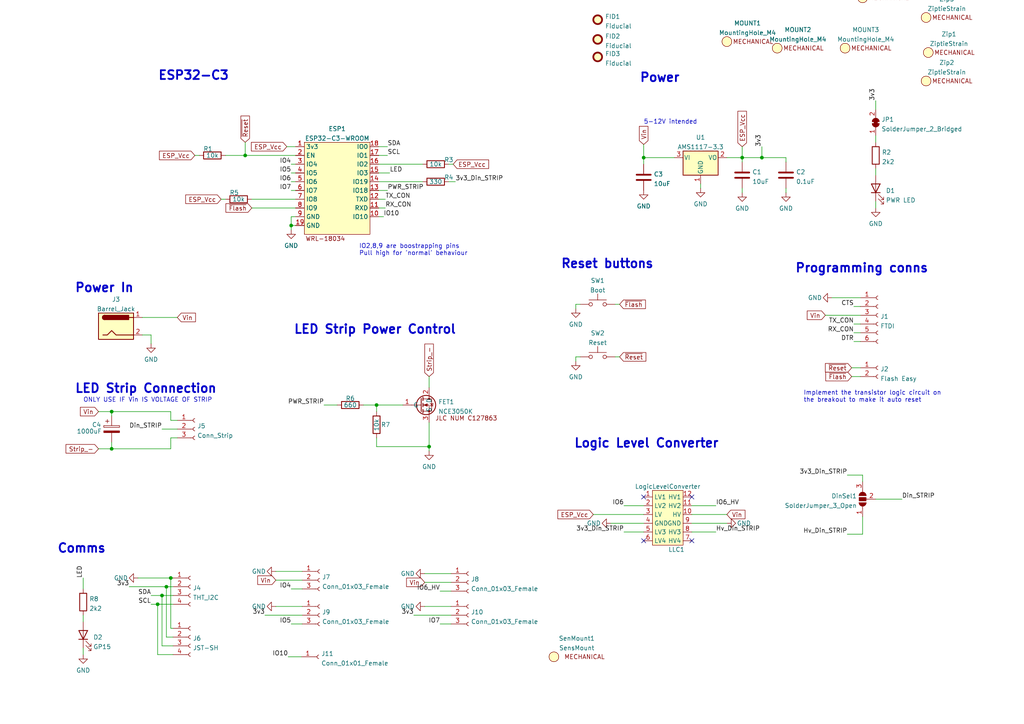
<source format=kicad_sch>
(kicad_sch (version 20211123) (generator eeschema)
  (paper "A4")
  (title_block (title "Wireless LED controller") (date "2022-01-30") (rev "1") (company "Liam Howell") (comment 1 "https://github.com/LiamHowell/Wireless_LED_Controller"))
  (lib_symbols
    (symbol "Connector:Conn_01x01_Female" (pin_names (offset 1.016) hide)
      (property "Reference" "J" (at 0 2.54 0))
      (property "Value" "Conn_01x01_Female" (at 0 -2.54 0))
      (symbol "Conn_01x01_Female_1_1"
        (polyline (pts (xy -1.27 0) (xy -0.508 0)) (stroke (width 0.1524)))
        (arc (start 0 0.508) (mid -0.508 0) (end 0 -0.508) (stroke (width 0.1524)))
        (pin passive line (at -5.08 0 0) (length 3.81) (name "Pin_1") (number "1"))
      )
    )
    (symbol "Connector:Conn_01x02_Female" (pin_names (offset 1.016) hide)
      (property "Reference" "J" (at 0 2.54 0))
      (property "Value" "Conn_01x02_Female" (at 0 -5.08 0))
      (symbol "Conn_01x02_Female_1_1"
        (arc (start 0 -2.032) (mid -0.508 -2.54) (end 0 -3.048) (stroke (width 0.1524)))
        (polyline (pts (xy -1.27 -2.54) (xy -0.508 -2.54)) (stroke (width 0.1524)))
        (polyline (pts (xy -1.27 0) (xy -0.508 0)) (stroke (width 0.1524)))
        (arc (start 0 0.508) (mid -0.508 0) (end 0 -0.508) (stroke (width 0.1524)))
        (pin passive line (at -5.08 0 0) (length 3.81) (name "Pin_1") (number "1"))
        (pin passive line (at -5.08 -2.54 0) (length 3.81) (name "Pin_2") (number "2"))
      )
    )
    (symbol "Connector:Conn_01x03_Female" (pin_names (offset 1.016) hide)
      (property "Reference" "J" (at 0 5.08 0))
      (property "Value" "Conn_01x03_Female" (at 0 -5.08 0))
      (symbol "Conn_01x03_Female_1_1"
        (arc (start 0 -2.032) (mid -0.508 -2.54) (end 0 -3.048) (stroke (width 0.1524)))
        (polyline (pts (xy -1.27 -2.54) (xy -0.508 -2.54)) (stroke (width 0.1524)))
        (polyline (pts (xy -1.27 0) (xy -0.508 0)) (stroke (width 0.1524)))
        (polyline (pts (xy -1.27 2.54) (xy -0.508 2.54)) (stroke (width 0.1524)))
        (arc (start 0 0.508) (mid -0.508 0) (end 0 -0.508) (stroke (width 0.1524)))
        (arc (start 0 3.048) (mid -0.508 2.54) (end 0 2.032) (stroke (width 0.1524)))
        (pin passive line (at -5.08 2.54 0) (length 3.81) (name "Pin_1") (number "1"))
        (pin passive line (at -5.08 0 0) (length 3.81) (name "Pin_2") (number "2"))
        (pin passive line (at -5.08 -2.54 0) (length 3.81) (name "Pin_3") (number "3"))
      )
    )
    (symbol "Connector:Conn_01x04_Female" (pin_names (offset 1.016) hide)
      (property "Reference" "J" (at 0 5.08 0))
      (property "Value" "Conn_01x04_Female" (at 0 -7.62 0))
      (symbol "Conn_01x04_Female_1_1"
        (arc (start 0 -4.572) (mid -0.508 -5.08) (end 0 -5.588) (stroke (width 0.1524)))
        (arc (start 0 -2.032) (mid -0.508 -2.54) (end 0 -3.048) (stroke (width 0.1524)))
        (polyline (pts (xy -1.27 -5.08) (xy -0.508 -5.08)) (stroke (width 0.1524)))
        (polyline (pts (xy -1.27 -2.54) (xy -0.508 -2.54)) (stroke (width 0.1524)))
        (polyline (pts (xy -1.27 0) (xy -0.508 0)) (stroke (width 0.1524)))
        (polyline (pts (xy -1.27 2.54) (xy -0.508 2.54)) (stroke (width 0.1524)))
        (arc (start 0 0.508) (mid -0.508 0) (end 0 -0.508) (stroke (width 0.1524)))
        (arc (start 0 3.048) (mid -0.508 2.54) (end 0 2.032) (stroke (width 0.1524)))
        (pin passive line (at -5.08 2.54 0) (length 3.81) (name "Pin_1") (number "1"))
        (pin passive line (at -5.08 0 0) (length 3.81) (name "Pin_2") (number "2"))
        (pin passive line (at -5.08 -2.54 0) (length 3.81) (name "Pin_3") (number "3"))
        (pin passive line (at -5.08 -5.08 0) (length 3.81) (name "Pin_4") (number "4"))
      )
    )
    (symbol "Connector:Conn_01x06_Female" (pin_names (offset 1.016) hide)
      (property "Reference" "J" (at 0 7.62 0))
      (property "Value" "Conn_01x06_Female" (at 0 -10.16 0))
      (symbol "Conn_01x06_Female_1_1"
        (arc (start 0 -7.112) (mid -0.508 -7.62) (end 0 -8.128) (stroke (width 0.1524)))
        (arc (start 0 -4.572) (mid -0.508 -5.08) (end 0 -5.588) (stroke (width 0.1524)))
        (arc (start 0 -2.032) (mid -0.508 -2.54) (end 0 -3.048) (stroke (width 0.1524)))
        (polyline (pts (xy -1.27 -7.62) (xy -0.508 -7.62)) (stroke (width 0.1524)))
        (polyline (pts (xy -1.27 -5.08) (xy -0.508 -5.08)) (stroke (width 0.1524)))
        (polyline (pts (xy -1.27 -2.54) (xy -0.508 -2.54)) (stroke (width 0.1524)))
        (polyline (pts (xy -1.27 0) (xy -0.508 0)) (stroke (width 0.1524)))
        (polyline (pts (xy -1.27 2.54) (xy -0.508 2.54)) (stroke (width 0.1524)))
        (polyline (pts (xy -1.27 5.08) (xy -0.508 5.08)) (stroke (width 0.1524)))
        (arc (start 0 0.508) (mid -0.508 0) (end 0 -0.508) (stroke (width 0.1524)))
        (arc (start 0 3.048) (mid -0.508 2.54) (end 0 2.032) (stroke (width 0.1524)))
        (arc (start 0 5.588) (mid -0.508 5.08) (end 0 4.572) (stroke (width 0.1524)))
        (pin passive line (at -5.08 5.08 0) (length 3.81) (name "Pin_1") (number "1"))
        (pin passive line (at -5.08 2.54 0) (length 3.81) (name "Pin_2") (number "2"))
        (pin passive line (at -5.08 0 0) (length 3.81) (name "Pin_3") (number "3"))
        (pin passive line (at -5.08 -2.54 0) (length 3.81) (name "Pin_4") (number "4"))
        (pin passive line (at -5.08 -5.08 0) (length 3.81) (name "Pin_5") (number "5"))
        (pin passive line (at -5.08 -7.62 0) (length 3.81) (name "Pin_6") (number "6"))
      )
    )
    (symbol "Device:C" (pin_numbers hide) (pin_names (offset 0.254))
      (property "Reference" "C" (at 0.635 2.54 0))
      (property "Value" "C" (at 0.635 -2.54 0))
      (symbol "C_0_1"
        (polyline (pts (xy -2.032 -0.762) (xy 2.032 -0.762)) (stroke (width 0.508)))
        (polyline (pts (xy -2.032 0.762) (xy 2.032 0.762)) (stroke (width 0.508)))
      )
      (symbol "C_1_1"
        (pin passive line (at 0 3.81 270) (length 2.794) (name "~") (number "1"))
        (pin passive line (at 0 -3.81 90) (length 2.794) (name "~") (number "2"))
      )
    )
    (symbol "Device:C_Polarized" (pin_numbers hide) (pin_names (offset 0.254))
      (property "Reference" "C" (at 0.635 2.54 0))
      (property "Value" "C_Polarized" (at 0.635 -2.54 0))
      (symbol "C_Polarized_0_1"
        (rectangle (start -2.286 0.508) (end 2.286 1.016))
        (polyline (pts (xy -1.778 2.286) (xy -0.762 2.286)))
        (polyline (pts (xy -1.27 2.794) (xy -1.27 1.778)))
        (rectangle (start 2.286 -0.508) (end -2.286 -1.016) (fill (type outline)))
      )
      (symbol "C_Polarized_1_1"
        (pin passive line (at 0 3.81 270) (length 2.794) (name "~") (number "1"))
        (pin passive line (at 0 -3.81 90) (length 2.794) (name "~") (number "2"))
      )
    )
    (symbol "Device:LED" (pin_numbers hide) (pin_names (offset 1.016) hide)
      (property "Reference" "D" (at 0 2.54 0))
      (property "Value" "LED" (at 0 -2.54 0))
      (symbol "LED_0_1"
        (polyline (pts (xy -1.27 -1.27) (xy -1.27 1.27)) (stroke (width 0.254)))
        (polyline (pts (xy -1.27 0) (xy 1.27 0)))
        (polyline (pts (xy 1.27 -1.27) (xy 1.27 1.27) (xy -1.27 0) (xy 1.27 -1.27)) (stroke (width 0.254)))
        (polyline (pts (xy -3.048 -0.762) (xy -4.572 -2.286) (xy -3.81 -2.286) (xy -4.572 -2.286) (xy -4.572 -1.524)))
        (polyline (pts (xy -1.778 -0.762) (xy -3.302 -2.286) (xy -2.54 -2.286) (xy -3.302 -2.286) (xy -3.302 -1.524)))
      )
      (symbol "LED_1_1"
        (pin passive line (at -3.81 0 0) (length 2.54) (name "K") (number "1"))
        (pin passive line (at 3.81 0 180) (length 2.54) (name "A") (number "2"))
      )
    )
    (symbol "Device:R" (pin_numbers hide) (pin_names (offset 0))
      (property "Reference" "R" (at 2.032 0 90))
      (property "Value" "R" (at 0 0 90))
      (symbol "R_0_1"
        (rectangle (start -1.016 -2.54) (end 1.016 2.54) (stroke (width 0.254)))
      )
      (symbol "R_1_1"
        (pin passive line (at 0 3.81 270) (length 1.27) (name "~") (number "1"))
        (pin passive line (at 0 -3.81 90) (length 1.27) (name "~") (number "2"))
      )
    )
    (symbol "Jumper:SolderJumper_2_Bridged" (pin_names (offset 0) hide)
      (property "Reference" "JP" (at 0 2.032 0))
      (property "Value" "SolderJumper_2_Bridged" (at 0 -2.54 0))
      (symbol "SolderJumper_2_Bridged_0_1"
        (rectangle (start -0.508 0.508) (end 0.508 -0.508) (fill (type outline)))
        (arc (start -0.254 1.016) (mid -1.27 0) (end -0.254 -1.016))
        (arc (start -0.254 1.016) (mid -1.27 0) (end -0.254 -1.016) (fill (type outline)))
        (polyline (pts (xy -0.254 1.016) (xy -0.254 -1.016)))
        (polyline (pts (xy 0.254 1.016) (xy 0.254 -1.016)))
        (arc (start 0.254 -1.016) (mid 1.27 0) (end 0.254 1.016))
        (arc (start 0.254 -1.016) (mid 1.27 0) (end 0.254 1.016) (fill (type outline)))
      )
      (symbol "SolderJumper_2_Bridged_1_1"
        (pin passive line (at -3.81 0 0) (length 2.54) (name "A") (number "1"))
        (pin passive line (at 3.81 0 180) (length 2.54) (name "B") (number "2"))
      )
    )
    (symbol "Jumper:SolderJumper_3_Open" (pin_names (offset 0) hide)
      (property "Reference" "JP" (at -2.54 -2.54 0))
      (property "Value" "SolderJumper_3_Open" (at 0 2.794 0))
      (symbol "SolderJumper_3_Open_0_1"
        (arc (start -1.016 1.016) (mid -2.032 0) (end -1.016 -1.016))
        (arc (start -1.016 1.016) (mid -2.032 0) (end -1.016 -1.016) (fill (type outline)))
        (rectangle (start -0.508 1.016) (end 0.508 -1.016) (fill (type outline)))
        (polyline (pts (xy -2.54 0) (xy -2.032 0)))
        (polyline (pts (xy -1.016 1.016) (xy -1.016 -1.016)))
        (polyline (pts (xy 0 -1.27) (xy 0 -1.016)))
        (polyline (pts (xy 1.016 1.016) (xy 1.016 -1.016)))
        (polyline (pts (xy 2.54 0) (xy 2.032 0)))
        (arc (start 1.016 -1.016) (mid 2.032 0) (end 1.016 1.016))
        (arc (start 1.016 -1.016) (mid 2.032 0) (end 1.016 1.016) (fill (type outline)))
      )
      (symbol "SolderJumper_3_Open_1_1"
        (pin passive line (at -5.08 0 0) (length 2.54) (name "A") (number "1"))
        (pin input line (at 0 -3.81 90) (length 2.54) (name "C") (number "2"))
        (pin passive line (at 5.08 0 180) (length 2.54) (name "B") (number "3"))
      )
    )
    (symbol "Liam_KiCAD6_Sym:Barrel_Jack" (pin_names (offset 1.016))
      (property "Reference" "J?" (at 0 7.7765 0))
      (property "Value" "Barrel_Jack" (at 0 5.0014 0))
      (symbol "Barrel_Jack_0_1"
        (rectangle (start -5.08 3.81) (end 5.08 -3.81) (stroke (width 0.254)) (fill (type background)))
        (arc (start -3.302 3.175) (mid -3.937 2.54) (end -3.302 1.905) (stroke (width 0.254)))
        (arc (start -3.302 3.175) (mid -3.937 2.54) (end -3.302 1.905) (stroke (width 0.254)) (fill (type outline)))
        (polyline (pts (xy 5.08 2.54) (xy 3.81 2.54)) (stroke (width 0.254)))
        (polyline (pts (xy -3.81 -2.54) (xy -2.54 -2.54) (xy -1.27 -1.27) (xy 0 -2.54) (xy 2.54 -2.54) (xy 5.08 -2.54)) (stroke (width 0.254)))
        (rectangle (start 3.683 3.175) (end -3.302 1.905) (stroke (width 0.254)) (fill (type outline)))
      )
      (symbol "Barrel_Jack_1_1"
        (pin power_out line (at 7.62 2.54 180) (length 2.54) (name "~") (number "1"))
        (pin power_out line (at 7.62 -2.54 180) (length 2.54) (name "~") (number "2"))
      )
    )
    (symbol "Liam_KiCAD6_Sym:ESP32-C3-WROOM"
      (property "Reference" "ESP32_#" (at 8.128 3.048 0))
      (property "Value" "ESP32-C3-WROOM" (at 9.398 1.016 0))
      (symbol "ESP32-C3-WROOM_0_0"
        (text "WRL-18034" (at 6.096 -27.94 0) (effects (font (size 1.27 1.27))))
      )
      (symbol "ESP32-C3-WROOM_0_1"
        (rectangle (start 0 0) (end 19.05 -26.67) (stroke (width 0.1524)) (fill (type background)))
      )
      (symbol "ESP32-C3-WROOM_1_1"
        (pin power_in line (at -2.54 -1.27 0) (length 2.54) (name "3v3") (number "1"))
        (pin bidirectional line (at 21.59 -21.59 180) (length 2.54) (name "IO10") (number "10"))
        (pin bidirectional line (at 21.59 -19.05 180) (length 2.54) (name "RXD") (number "11"))
        (pin bidirectional line (at 21.59 -16.51 180) (length 2.54) (name "TXD") (number "12"))
        (pin bidirectional line (at 21.59 -13.97 180) (length 2.54) (name "IO18") (number "13"))
        (pin bidirectional line (at 21.59 -11.43 180) (length 2.54) (name "IO19") (number "14"))
        (pin bidirectional line (at 21.59 -8.89 180) (length 2.54) (name "IO3") (number "15"))
        (pin bidirectional line (at 21.59 -6.35 180) (length 2.54) (name "IO2") (number "16"))
        (pin bidirectional line (at 21.59 -3.81 180) (length 2.54) (name "IO1") (number "17"))
        (pin bidirectional line (at 21.59 -1.27 180) (length 2.54) (name "IO0") (number "18"))
        (pin power_in line (at -2.54 -24.13 0) (length 2.54) (name "GND") (number "19"))
        (pin input line (at -2.54 -3.81 0) (length 2.54) (name "EN") (number "2"))
        (pin bidirectional line (at -2.54 -6.35 0) (length 2.54) (name "IO4") (number "3"))
        (pin bidirectional line (at -2.54 -8.89 0) (length 2.54) (name "IO5") (number "4"))
        (pin bidirectional line (at -2.54 -11.43 0) (length 2.54) (name "IO6") (number "5"))
        (pin bidirectional line (at -2.54 -13.97 0) (length 2.54) (name "IO7") (number "6"))
        (pin bidirectional line (at -2.54 -16.51 0) (length 2.54) (name "IO8") (number "7"))
        (pin bidirectional line (at -2.54 -19.05 0) (length 2.54) (name "IO9") (number "8"))
        (pin power_in line (at -2.54 -21.59 0) (length 2.54) (name "GND") (number "9"))
      )
    )
    (symbol "Liam_KiCAD6_Sym:LogicLevelConverter"
      (property "Reference" "LLC" (at 6.35 -17.145 0))
      (property "Value" "LogicLevelConverter" (at 5.08 1.27 0))
      (symbol "LogicLevelConverter_0_1"
        (rectangle (start 0 0) (end 8.89 -15.875) (stroke (width 0.1524)) (fill (type background)))
      )
      (symbol "LogicLevelConverter_1_1"
        (pin bidirectional line (at -2.54 -1.905 0) (length 2.54) (name "LV1") (number "1"))
        (pin power_in line (at 11.43 -6.985 180) (length 2.54) (name "HV") (number "10"))
        (pin bidirectional line (at 11.43 -4.445 180) (length 2.54) (name "HV2") (number "11"))
        (pin bidirectional line (at 11.43 -1.905 180) (length 2.54) (name "HV1") (number "12"))
        (pin bidirectional line (at -2.54 -4.445 0) (length 2.54) (name "LV2") (number "2"))
        (pin power_in line (at -2.54 -6.985 0) (length 2.54) (name "LV") (number "3"))
        (pin power_in line (at -2.54 -9.525 0) (length 2.54) (name "GND") (number "4"))
        (pin bidirectional line (at -2.54 -12.065 0) (length 2.54) (name "LV3") (number "5"))
        (pin bidirectional line (at -2.54 -14.605 0) (length 2.54) (name "LV4") (number "6"))
        (pin bidirectional line (at 11.43 -14.605 180) (length 2.54) (name "HV4") (number "7"))
        (pin bidirectional line (at 11.43 -12.065 180) (length 2.54) (name "HV3") (number "8"))
        (pin power_in line (at 11.43 -9.525 180) (length 2.54) (name "GND") (number "9"))
      )
    )
    (symbol "Liam_KiCAD6_Sym:MountingHole"
      (property "Reference" "MOUNT" (at 2.794 -3.556 0))
      (property "Value" "MountingHole" (at 2.794 -1.778 0))
      (symbol "MountingHole_0_0"
        (text "MECHANICAL" (at 7.62 0 0) (effects (font (size 1.27 1.27))))
      )
      (symbol "MountingHole_0_1"
        (circle (center 0 0) (radius 1.4199) (stroke (width 0.1524)) (fill (type background)))
      )
    )
    (symbol "Liam_KiCAD6_Sym:NCE3050K"
      (property "Reference" "FET" (at 12.065 -5.08 0))
      (property "Value" "NCE3050K" (at 13.97 -1.905 0))
      (symbol "NCE3050K_0_0"
        (text "JLC NUM C127863" (at 18.415 -8.89 0) (effects (font (size 1.27 1.27))))
      )
      (symbol "NCE3050K_0_1"
        (polyline (pts (xy 5.334 -5.08) (xy 2.54 -5.08)))
        (polyline (pts (xy 5.334 -3.175) (xy 5.334 -6.985)) (stroke (width 0.254)))
        (polyline (pts (xy 5.842 -6.35) (xy 5.842 -7.366)) (stroke (width 0.254)))
        (polyline (pts (xy 5.842 -4.572) (xy 5.842 -5.588)) (stroke (width 0.254)))
        (polyline (pts (xy 5.842 -2.794) (xy 5.842 -3.81)) (stroke (width 0.254)))
        (polyline (pts (xy 7.62 -2.54) (xy 7.62 -3.302)))
        (polyline (pts (xy 7.62 -7.62) (xy 7.62 -5.08) (xy 5.842 -5.08)))
        (polyline (pts (xy 5.842 -6.858) (xy 8.382 -6.858) (xy 8.382 -3.302) (xy 5.842 -3.302)))
        (polyline (pts (xy 6.096 -5.08) (xy 7.112 -4.699) (xy 7.112 -5.461) (xy 6.096 -5.08)) (fill (type outline)))
        (polyline (pts (xy 7.874 -4.572) (xy 8.001 -4.699) (xy 8.763 -4.699) (xy 8.89 -4.826)))
        (polyline (pts (xy 8.382 -4.699) (xy 8.001 -5.334) (xy 8.763 -5.334) (xy 8.382 -4.699)))
        (circle (center 6.731 -5.08) (radius 2.794) (stroke (width 0.254)))
        (circle (center 7.62 -6.858) (radius 0.254) (fill (type outline)))
        (circle (center 7.62 -3.302) (radius 0.254) (fill (type outline)))
      )
      (symbol "NCE3050K_1_1"
        (pin input line (at 0 -5.08 0) (length 2.54) (name "G") (number "1"))
        (pin passive line (at 7.62 0 270) (length 2.54) (name "D") (number "2"))
        (pin passive line (at 7.62 -10.16 90) (length 2.54) (name "S") (number "3"))
      )
    )
    (symbol "Liam_KiCAD6_Sym:SensMount"
      (property "Reference" "SenMount" (at 3.81 -1.905 0))
      (property "Value" "SensMount" (at 3.81 -3.81 0))
      (symbol "SensMount_0_0"
        (text "MECHANICAL" (at 8.89 0 0) (effects (font (size 1.27 1.27))))
      )
      (symbol "SensMount_0_1"
        (circle (center 0 0) (radius 1.4199) (stroke (width 0.1524)) (fill (type background)))
      )
    )
    (symbol "Liam_KiCAD6_Sym:ZiptieStrain"
      (property "Reference" "Zip" (at 2.54 -3.81 0))
      (property "Value" "ZiptieStrain" (at 2.54 -1.905 0))
      (symbol "ZiptieStrain_0_0"
        (text "MECHANICAL" (at 7.62 0 0) (effects (font (size 1.27 1.27))))
      )
      (symbol "ZiptieStrain_0_1"
        (circle (center 0 0) (radius 1.4199) (stroke (width 0.1524)) (fill (type background)))
      )
    )
    (symbol "Mechanical:Fiducial"
      (property "Reference" "FID" (at 0 5.08 0))
      (property "Value" "Fiducial" (at 0 3.175 0))
      (symbol "Fiducial_0_1"
        (circle (center 0 0) (radius 1.27) (stroke (width 0.508)) (fill (type background)))
      )
    )
    (symbol "Regulator_Linear:AMS1117-3.3" (pin_names (offset 0.254))
      (property "Reference" "U" (at -3.81 3.175 0))
      (property "Value" "AMS1117-3.3" (at 0 3.175 0))
      (symbol "AMS1117-3.3_0_1"
        (rectangle (start -5.08 -5.08) (end 5.08 1.905) (stroke (width 0.254)) (fill (type background)))
      )
      (symbol "AMS1117-3.3_1_1"
        (pin power_in line (at 0 -7.62 90) (length 2.54) (name "GND") (number "1"))
        (pin power_out line (at 7.62 0 180) (length 2.54) (name "VO") (number "2"))
        (pin power_in line (at -7.62 0 0) (length 2.54) (name "VI") (number "3"))
      )
    )
    (symbol "Switch:SW_Push" (pin_numbers hide) (pin_names (offset 1.016) hide)
      (property "Reference" "SW" (at 1.27 2.54 0))
      (property "Value" "SW_Push" (at 0 -1.524 0))
      (symbol "SW_Push_0_1"
        (circle (center -2.032 0) (radius 0.508))
        (polyline (pts (xy 0 1.27) (xy 0 3.048)))
        (polyline (pts (xy 2.54 1.27) (xy -2.54 1.27)))
        (circle (center 2.032 0) (radius 0.508))
        (pin passive line (at -5.08 0 0) (length 2.54) (name "1") (number "1"))
        (pin passive line (at 5.08 0 180) (length 2.54) (name "2") (number "2"))
      )
    )
    (symbol "power:GND" (power) (pin_names (offset 0))
      (property "Value" "GND" (at 0 -3.81 0))
      (symbol "GND_0_1"
        (polyline (pts (xy 0 0) (xy 0 -1.27) (xy 1.27 -1.27) (xy 0 -2.54) (xy -1.27 -1.27) (xy 0 -1.27)))
      )
      (symbol "GND_1_1"
        (pin power_in line (at 0 0 270) (length 0) hide (name "GND") (number "1"))
      )
    )
  )
  (junction (at 32.385 130.175))
  (junction (at 109.22 117.475))
  (junction (at 48.26 170.18))
  (junction (at 84.455 65.405))
  (junction (at 215.265 45.72))
  (junction (at 46.99 172.72))
  (junction (at 32.385 119.38))
  (junction (at 49.53 167.64))
  (junction (at 186.69 45.72))
  (junction (at 45.72 175.26))
  (junction (at 220.98 45.72))
  (junction (at 71.12 45.085))
  (junction (at 124.46 129.54))
  (no_connect (at 186.69 156.845))
  (no_connect (at 200.66 156.845))
  (no_connect (at 200.66 144.145))
  (no_connect (at 186.69 144.145))
  (wire (pts (xy 109.855 57.785) (xy 111.76 57.785)))
  (wire (pts (xy 105.41 117.475) (xy 109.22 117.475)))
  (wire (pts (xy 245.745 154.94) (xy 250.19 154.94)))
  (wire (pts (xy 215.265 54.61) (xy 215.265 55.88)))
  (wire (pts (xy 180.975 154.305) (xy 186.69 154.305)))
  (wire (pts (xy 247.65 96.52) (xy 249.555 96.52)))
  (wire (pts (xy 109.855 52.705) (xy 122.555 52.705)))
  (wire (pts (xy 186.69 45.72) (xy 186.69 41.91)))
  (wire (pts (xy 80.01 165.735) (xy 87.63 165.735)))
  (wire (pts (xy 109.855 60.325) (xy 111.76 60.325)))
  (wire (pts (xy 241.3 86.36) (xy 249.555 86.36)))
  (wire (pts (xy 200.66 154.305) (xy 207.645 154.305)))
  (wire (pts (xy 84.455 170.815) (xy 87.63 170.815)))
  (wire (pts (xy 109.855 45.085) (xy 112.395 45.085)))
  (wire (pts (xy 64.135 57.785) (xy 65.405 57.785)))
  (wire (pts (xy 245.745 137.795) (xy 250.19 137.795)))
  (wire (pts (xy 227.965 45.72) (xy 227.965 46.99)))
  (wire (pts (xy 80.01 168.275) (xy 87.63 168.275)))
  (wire (pts (xy 84.455 65.405) (xy 85.725 65.405)))
  (wire (pts (xy 215.265 45.72) (xy 220.98 45.72)))
  (wire (pts (xy 116.84 117.475) (xy 109.22 117.475)))
  (wire (pts (xy 32.385 119.38) (xy 49.53 119.38)))
  (wire (pts (xy 203.2 53.34) (xy 203.2 54.61)))
  (wire (pts (xy 220.98 42.545) (xy 220.98 45.72)))
  (wire (pts (xy 120.015 178.435) (xy 130.81 178.435)))
  (wire (pts (xy 109.22 117.475) (xy 109.22 119.38)))
  (wire (pts (xy 84.455 55.245) (xy 85.725 55.245)))
  (wire (pts (xy 51.435 121.92) (xy 49.53 121.92)))
  (wire (pts (xy 186.69 45.72) (xy 186.69 47.625)))
  (wire (pts (xy 93.98 117.475) (xy 97.79 117.475)))
  (wire (pts (xy 200.66 146.685) (xy 207.645 146.685)))
  (wire (pts (xy 41.275 92.075) (xy 51.435 92.075)))
  (wire (pts (xy 56.515 45.085) (xy 57.785 45.085)))
  (wire (pts (xy 124.46 129.54) (xy 124.46 122.555)))
  (wire (pts (xy 254 39.37) (xy 254 41.275)))
  (wire (pts (xy 24.13 187.96) (xy 24.13 189.865)))
  (wire (pts (xy 123.19 166.37) (xy 130.81 166.37)))
  (wire (pts (xy 247.65 99.06) (xy 249.555 99.06)))
  (wire (pts (xy 32.385 130.175) (xy 49.53 130.175)))
  (wire (pts (xy 239.395 91.44) (xy 249.555 91.44)))
  (wire (pts (xy 254 48.895) (xy 254 50.8)))
  (wire (pts (xy 178.435 103.505) (xy 179.705 103.505)))
  (wire (pts (xy 51.435 127) (xy 49.53 127)))
  (wire (pts (xy 124.46 109.22) (xy 124.46 112.395)))
  (wire (pts (xy 127.635 171.45) (xy 130.81 171.45)))
  (wire (pts (xy 43.815 97.155) (xy 43.815 99.695)))
  (wire (pts (xy 254 144.78) (xy 261.62 144.78)))
  (wire (pts (xy 254 58.42) (xy 254 60.325)))
  (wire (pts (xy 49.53 167.64) (xy 49.53 182.245)))
  (wire (pts (xy 45.72 189.865) (xy 45.72 175.26)))
  (wire (pts (xy 73.025 60.325) (xy 85.725 60.325)))
  (wire (pts (xy 46.99 172.72) (xy 50.165 172.72)))
  (wire (pts (xy 84.455 50.165) (xy 85.725 50.165)))
  (wire (pts (xy 172.085 149.225) (xy 186.69 149.225)))
  (wire (pts (xy 84.455 65.405) (xy 84.455 62.865)))
  (wire (pts (xy 76.835 178.435) (xy 87.63 178.435)))
  (wire (pts (xy 109.855 42.545) (xy 112.395 42.545)))
  (wire (pts (xy 168.275 88.265) (xy 167.005 88.265)))
  (wire (pts (xy 178.435 88.265) (xy 179.705 88.265)))
  (wire (pts (xy 247.015 106.68) (xy 249.555 106.68)))
  (wire (pts (xy 250.19 154.94) (xy 250.19 149.86)))
  (wire (pts (xy 49.53 121.92) (xy 49.53 119.38)))
  (wire (pts (xy 24.13 178.435) (xy 24.13 180.34)))
  (wire (pts (xy 50.165 187.325) (xy 46.99 187.325)))
  (wire (pts (xy 84.455 65.405) (xy 84.455 66.675)))
  (wire (pts (xy 200.66 149.225) (xy 210.82 149.225)))
  (wire (pts (xy 227.965 54.61) (xy 227.965 55.88)))
  (wire (pts (xy 24.13 167.64) (xy 24.13 170.815)))
  (wire (pts (xy 71.12 41.275) (xy 71.12 45.085)))
  (wire (pts (xy 73.025 57.785) (xy 85.725 57.785)))
  (wire (pts (xy 210.82 45.72) (xy 215.265 45.72)))
  (wire (pts (xy 109.22 129.54) (xy 124.46 129.54)))
  (wire (pts (xy 123.19 175.895) (xy 130.81 175.895)))
  (wire (pts (xy 45.72 175.26) (xy 50.165 175.26)))
  (wire (pts (xy 247.65 93.98) (xy 249.555 93.98)))
  (wire (pts (xy 220.98 45.72) (xy 227.965 45.72)))
  (wire (pts (xy 49.53 127) (xy 49.53 130.175)))
  (wire (pts (xy 49.53 182.245) (xy 50.165 182.245)))
  (wire (pts (xy 83.566 190.5) (xy 87.376 190.5)))
  (wire (pts (xy 109.855 50.165) (xy 113.03 50.165)))
  (wire (pts (xy 49.53 167.64) (xy 50.165 167.64)))
  (wire (pts (xy 71.12 45.085) (xy 85.725 45.085)))
  (wire (pts (xy 200.66 151.765) (xy 210.82 151.765)))
  (wire (pts (xy 46.99 124.46) (xy 51.435 124.46)))
  (wire (pts (xy 168.275 103.505) (xy 167.005 103.505)))
  (wire (pts (xy 83.185 42.545) (xy 85.725 42.545)))
  (wire (pts (xy 215.265 45.72) (xy 215.265 46.99)))
  (wire (pts (xy 127.635 180.975) (xy 130.81 180.975)))
  (wire (pts (xy 254 29.21) (xy 254 31.75)))
  (wire (pts (xy 50.165 184.785) (xy 48.26 184.785)))
  (wire (pts (xy 46.99 187.325) (xy 46.99 172.72)))
  (wire (pts (xy 80.01 175.895) (xy 87.63 175.895)))
  (wire (pts (xy 195.58 45.72) (xy 186.69 45.72)))
  (wire (pts (xy 84.455 62.865) (xy 85.725 62.865)))
  (wire (pts (xy 43.815 175.26) (xy 45.72 175.26)))
  (wire (pts (xy 167.005 103.505) (xy 167.005 104.775)))
  (wire (pts (xy 50.165 189.865) (xy 45.72 189.865)))
  (wire (pts (xy 109.855 55.245) (xy 112.395 55.245)))
  (wire (pts (xy 40.005 167.64) (xy 49.53 167.64)))
  (wire (pts (xy 247.015 109.22) (xy 249.555 109.22)))
  (wire (pts (xy 28.575 119.38) (xy 32.385 119.38)))
  (wire (pts (xy 250.19 137.795) (xy 250.19 139.7)))
  (wire (pts (xy 167.005 88.265) (xy 167.005 89.535)))
  (wire (pts (xy 109.855 47.625) (xy 122.555 47.625)))
  (wire (pts (xy 41.275 97.155) (xy 43.815 97.155)))
  (wire (pts (xy 37.465 170.18) (xy 48.26 170.18)))
  (wire (pts (xy 43.815 172.72) (xy 46.99 172.72)))
  (wire (pts (xy 84.455 47.625) (xy 85.725 47.625)))
  (wire (pts (xy 247.65 88.9) (xy 249.555 88.9)))
  (wire (pts (xy 84.455 180.975) (xy 87.63 180.975)))
  (wire (pts (xy 109.855 62.865) (xy 111.252 62.865)))
  (wire (pts (xy 215.265 42.545) (xy 215.265 45.72)))
  (wire (pts (xy 32.385 119.38) (xy 32.385 120.65)))
  (wire (pts (xy 28.575 130.175) (xy 32.385 130.175)))
  (wire (pts (xy 48.26 170.18) (xy 48.26 184.785)))
  (wire (pts (xy 84.455 52.705) (xy 85.725 52.705)))
  (wire (pts (xy 123.19 168.91) (xy 130.81 168.91)))
  (wire (pts (xy 177.165 151.765) (xy 186.69 151.765)))
  (wire (pts (xy 180.975 146.685) (xy 186.69 146.685)))
  (wire (pts (xy 48.26 170.18) (xy 50.165 170.18)))
  (wire (pts (xy 65.405 45.085) (xy 71.12 45.085)))
  (wire (pts (xy 124.46 129.54) (xy 124.46 130.81)))
  (wire (pts (xy 32.385 128.27) (xy 32.385 130.175)))
  (wire (pts (xy 131.445 47.625) (xy 130.175 47.625)))
  (wire (pts (xy 109.22 127) (xy 109.22 129.54)))
  (wire (pts (xy 130.175 52.705) (xy 132.08 52.705)))
  (text "LED Strip Connection" (at 21.59 114.3 0) (effects (font (size 2.54 2.54) (thickness 0.508) bold) (justify left bottom)))
  (text "IO2,8,9 are boostrapping pins\nPull high for 'normal' behaviour" (at 104.14 74.295 0) (effects (font (size 1.27 1.27)) (justify left bottom)))
  (text "Power" (at 185.42 24.13 0) (effects (font (size 2.54 2.54) (thickness 0.508) bold) (justify left bottom)))
  (text "Power In" (at 21.59 85.09 0) (effects (font (size 2.54 2.54) (thickness 0.508) bold) (justify left bottom)))
  (text "Implement the transistor logic circuit on\nthe breakout to make it auto reset" (at 233.045 116.84 0) (effects (font (size 1.27 1.27)) (justify left bottom)))
  (text "Reset buttons" (at 162.56 78.105 0) (effects (font (size 2.54 2.54) (thickness 0.508) bold) (justify left bottom)))
  (text "LED Strip Power Control" (at 85.09 97.155 0) (effects (font (size 2.54 2.54) (thickness 0.508) bold) (justify left bottom)))
  (text "Comms" (at 16.51 160.655 0) (effects (font (size 2.54 2.54) (thickness 0.508) bold) (justify left bottom)))
  (text "Logic Level Converter" (at 166.37 130.175 0) (effects (font (size 2.54 2.54) (thickness 0.508) bold) (justify left bottom)))
  (text "ESP32-C3" (at 45.72 23.495 0) (effects (font (size 2.54 2.54) (thickness 0.508) bold) (justify left bottom)))
  (text "ONLY USE IF Vin IS VOLTAGE OF STRIP" (at 24.13 116.84 0) (effects (font (size 1.27 1.27)) (justify left bottom)))
  (text "Programming conns" (at 230.505 79.375 0) (effects (font (size 2.54 2.54) (thickness 0.508) bold) (justify left bottom)))
  (text "5-12V intended" (at 186.69 36.195 0) (effects (font (size 1.27 1.27)) (justify left bottom)))
  (label "3v3" (at 254 29.21 90))
  (label "3v3" (at 37.465 170.18 180))
  (label "3v3_Din_STRIP" (at 180.975 154.305 180))
  (label "IO6_HV" (at 207.645 146.685 0))
  (label "SCL" (at 43.815 175.26 180))
  (label "3v3_Din_STRIP" (at 245.745 137.795 180))
  (label "DTR" (at 247.65 99.06 180))
  (label "IO4" (at 84.455 170.815 180))
  (label "RX_CON" (at 111.76 60.325 0))
  (label "CTS" (at 247.65 88.9 180))
  (label "TX_CON" (at 247.65 93.98 180))
  (label "Din_STRIP" (at 261.62 144.78 0))
  (label "IO5" (at 84.455 50.165 180))
  (label "Hv_Din_STRIP" (at 207.645 154.305 0))
  (label "RX_CON" (at 247.65 96.52 180))
  (label "IO4" (at 84.455 47.625 180))
  (label "3v3" (at 76.835 178.435 180))
  (label "PWR_STRIP" (at 112.395 55.245 0))
  (label "IO6_HV" (at 127.635 171.45 180))
  (label "IO10" (at 111.252 62.865 0))
  (label "3v3_Din_STRIP" (at 132.08 52.705 0))
  (label "3v3" (at 220.98 42.545 90))
  (label "Din_STRIP" (at 46.99 124.46 180))
  (label "LED" (at 24.13 167.64 90))
  (label "IO6" (at 180.975 146.685 180))
  (label "LED" (at 113.03 50.165 0))
  (label "IO6" (at 84.455 52.705 180))
  (label "IO7" (at 127.635 180.975 180))
  (label "SCL" (at 112.395 45.085 0))
  (label "PWR_STRIP" (at 93.98 117.475 180))
  (label "IO7" (at 84.455 55.245 180))
  (label "IO5" (at 84.455 180.975 180))
  (label "IO10" (at 83.566 190.5 180))
  (label "TX_CON" (at 111.76 57.785 0))
  (label "3v3" (at 120.015 178.435 180))
  (label "Hv_Din_STRIP" (at 245.745 154.94 180))
  (label "SDA" (at 43.815 172.72 180))
  (label "SDA" (at 112.395 42.545 0))
  (global_label "Strip_-" (shape input) (at 124.46 109.22 90) (property "Intersheet References" "${INTERSHEET_REFS}" (effects hide)))
  (global_label "ESP_Vcc" (shape input) (at 131.445 47.625 0) (property "Intersheet References" "${INTERSHEET_REFS}" (effects hide)))
  (global_label "~{Flash}" (shape input) (at 179.705 88.265 0) (property "Intersheet References" "${INTERSHEET_REFS}" (effects hide)))
  (global_label "~{Reset}" (shape input) (at 247.015 106.68 180) (property "Intersheet References" "${INTERSHEET_REFS}" (effects hide)))
  (global_label "~{Flash}" (shape input) (at 247.015 109.22 180) (property "Intersheet References" "${INTERSHEET_REFS}" (effects hide)))
  (global_label "Vin" (shape input) (at 51.435 92.075 0) (property "Intersheet References" "${INTERSHEET_REFS}" (effects hide)))
  (global_label "Vin" (shape input) (at 239.395 91.44 180) (property "Intersheet References" "${INTERSHEET_REFS}" (effects hide)))
  (global_label "~{Flash}" (shape input) (at 73.025 60.325 180) (property "Intersheet References" "${INTERSHEET_REFS}" (effects hide)))
  (global_label "Vin" (shape input) (at 210.82 149.225 0) (property "Intersheet References" "${INTERSHEET_REFS}" (effects hide)))
  (global_label "ESP_Vcc" (shape input) (at 56.515 45.085 180) (property "Intersheet References" "${INTERSHEET_REFS}" (effects hide)))
  (global_label "Strip_-" (shape input) (at 28.575 130.175 180) (property "Intersheet References" "${INTERSHEET_REFS}" (effects hide)))
  (global_label "ESP_Vcc" (shape input) (at 172.085 149.225 180) (property "Intersheet References" "${INTERSHEET_REFS}" (effects hide)))
  (global_label "ESP_Vcc" (shape input) (at 64.135 57.785 180) (property "Intersheet References" "${INTERSHEET_REFS}" (effects hide)))
  (global_label "~{Reset}" (shape input) (at 71.12 41.275 90) (property "Intersheet References" "${INTERSHEET_REFS}" (effects hide)))
  (global_label "Vin" (shape input) (at 123.19 168.91 180) (property "Intersheet References" "${INTERSHEET_REFS}" (effects hide)))
  (global_label "Vin" (shape input) (at 28.575 119.38 180) (property "Intersheet References" "${INTERSHEET_REFS}" (effects hide)))
  (global_label "ESP_Vcc" (shape input) (at 215.265 42.545 90) (property "Intersheet References" "${INTERSHEET_REFS}" (effects hide)))
  (global_label "ESP_Vcc" (shape input) (at 83.185 42.545 180) (property "Intersheet References" "${INTERSHEET_REFS}" (effects hide)))
  (global_label "~{Reset}" (shape input) (at 179.705 103.505 0) (property "Intersheet References" "${INTERSHEET_REFS}" (effects hide)))
  (global_label "Vin" (shape input) (at 186.69 41.91 90) (property "Intersheet References" "${INTERSHEET_REFS}" (effects hide)))
  (global_label "Vin" (shape input) (at 80.01 168.275 180) (property "Intersheet References" "${INTERSHEET_REFS}" (effects hide)))
  (symbol (lib_id "power:GND") (at 40.005 167.64 270) (unit 1)
    (property "Reference" "#PWR012" (effects hide))
    (property "Value" "GND" (at 33.02 167.64 90) (effects (justify left)))
  )
  (symbol (lib_id "Connector:Conn_01x02_Female") (at 254.635 106.68 0) (unit 1)
    (property "Reference" "J2" (at 255.3462 107.0415 0) (effects (justify left)))
    (property "Value" "Flash Easy" (at 255.3462 109.8166 0) (effects (justify left)))
    (property "Footprint" "Connector_PinHeader_2.54mm:PinHeader_1x02_P2.54mm_Vertical" (effects hide))
  )
  (symbol (lib_id "Device:R") (at 109.22 123.19 0) (unit 1)
    (property "Reference" "R7" (at 110.49 123.19 0) (effects (justify left)))
    (property "Value" "10k" (at 109.22 125.095 90) (effects (justify left)))
    (property "Footprint" "Resistor_SMD:R_0603_1608Metric_Pad0.98x0.95mm_HandSolder" (effects hide))
  )
  (symbol (lib_id "Device:LED") (at 254 54.61 90) (unit 1)
    (property "Reference" "D1" (at 256.921 55.289 90) (effects (justify right)))
    (property "Value" "PWR LED" (at 256.921 58.0641 90) (effects (justify right)))
    (property "Footprint" "LED_SMD:LED_0603_1608Metric_Pad1.05x0.95mm_HandSolder" (effects hide))
  )
  (symbol (lib_id "Connector:Conn_01x03_Female") (at 135.89 168.91 0) (unit 1)
    (property "Reference" "J8" (at 136.6012 168.0015 0) (effects (justify left)))
    (property "Value" "Conn_01x03_Female" (at 136.6012 170.7766 0) (effects (justify left)))
    (property "Footprint" "Liam_KiCAD6_Foot:Conn1x3SMD" (effects hide))
  )
  (symbol (lib_id "Device:R") (at 101.6 117.475 90) (unit 1)
    (property "Reference" "R6" (at 101.6 115.57 90))
    (property "Value" "660" (at 101.6 117.475 90))
    (property "Footprint" "Resistor_SMD:R_0603_1608Metric_Pad0.98x0.95mm_HandSolder" (effects hide))
  )
  (symbol (lib_id "Connector:Conn_01x06_Female") (at 254.635 91.44 0) (unit 1)
    (property "Reference" "J1" (at 255.3462 91.8015 0) (effects (justify left)))
    (property "Value" "FTDI" (at 255.3462 94.5766 0) (effects (justify left)))
    (property "Footprint" "Connector_PinHeader_2.54mm:PinHeader_1x06_P2.54mm_Vertical" (effects hide))
  )
  (symbol (lib_id "Connector:Conn_01x03_Female") (at 56.515 124.46 0) (unit 1)
    (property "Reference" "J5" (at 57.2262 123.5515 0) (effects (justify left)))
    (property "Value" "Conn_Strip" (at 57.2262 126.3266 0) (effects (justify left)))
    (property "Footprint" "Liam_KiCAD6_Foot:Screw3Pin" (effects hide))
  )
  (symbol (lib_id "Device:R") (at 254 45.085 0) (unit 1)
    (property "Reference" "R2" (at 255.778 44.1765 0) (effects (justify left)))
    (property "Value" "2k2" (at 255.778 46.9516 0) (effects (justify left)))
    (property "Footprint" "Resistor_SMD:R_0603_1608Metric_Pad0.98x0.95mm_HandSolder" (effects hide))
  )
  (symbol (lib_id "Connector:Conn_01x03_Female") (at 135.89 178.435 0) (unit 1)
    (property "Reference" "J10" (at 136.6012 177.5265 0) (effects (justify left)))
    (property "Value" "Conn_01x03_Female" (at 136.6012 180.3016 0) (effects (justify left)))
    (property "Footprint" "Liam_KiCAD6_Foot:Conn1x3SMD" (effects hide))
  )
  (symbol (lib_id "Connector:Conn_01x04_Female") (at 55.245 184.785 0) (unit 1)
    (property "Reference" "J6" (at 55.9562 185.1465 0) (effects (justify left)))
    (property "Value" "JST-SH" (at 55.9562 187.9216 0) (effects (justify left)))
    (property "Footprint" "Connector_JST:JST_SH_BM04B-SRSS-TB_1x04-1MP_P1.00mm_Vertical" (effects hide))
  )
  (symbol (lib_id "Mechanical:Fiducial") (at 173.355 11.43 0) (unit 1)
    (property "Reference" "FID2" (at 175.514 10.5215 0) (effects (justify left)))
    (property "Value" "Fiducial" (at 175.514 13.2966 0) (effects (justify left)))
    (property "Footprint" "Fiducial:Fiducial_0.75mm_Mask1.5mm" (effects hide))
  )
  (symbol (lib_id "Switch:SW_Push") (at 173.355 103.505 0) (unit 1)
    (property "Reference" "SW2" (at 173.355 96.6175 0))
    (property "Value" "Reset" (at 173.355 99.3926 0))
    (property "Footprint" "Liam_KiCAD6_Foot:Button" (effects hide))
  )
  (symbol (lib_id "power:GND") (at 215.265 55.88 0) (unit 1)
    (property "Reference" "#PWR05" (effects hide))
    (property "Value" "GND" (at 215.265 60.4425 0))
  )
  (symbol (lib_id "Liam_KiCAD6_Sym:Barrel_Jack") (at 33.655 94.615 0) (unit 1)
    (property "Reference" "J3" (at 33.655 86.8385 0))
    (property "Value" "Barrel_Jack" (at 33.655 89.6136 0))
    (property "Footprint" "Liam_KiCAD6_Foot:BarrelJack" (effects hide))
  )
  (symbol (lib_id "Device:C_Polarized") (at 32.385 124.46 0) (unit 1)
    (property "Reference" "C4" (at 26.67 123.19 0) (effects (justify left)))
    (property "Value" "1000uF" (at 22.225 125.095 0) (effects (justify left)))
    (property "Footprint" "Capacitor_THT:CP_Radial_D10.0mm_P5.00mm" (effects hide))
  )
  (symbol (lib_id "power:GND") (at 210.82 151.765 90) (unit 1)
    (property "Reference" "#PWR016" (effects hide))
    (property "Value" "GND" (at 217.805 151.765 90) (effects (justify left)))
  )
  (symbol (lib_id "Liam_KiCAD6_Sym:ZiptieStrain") (at 250.19 -0.635 0) (unit 1)
    (property "Reference" "Zip4" (at 256.1945 -5.9706 0))
    (property "Value" "ZiptieStrain" (at 256.1945 -3.1955 0))
    (property "Footprint" "Liam_KiCAD6_Foot:ZipTie_5x2" (effects hide))
  )
  (symbol (lib_id "power:GND") (at 80.01 175.895 270) (unit 1)
    (property "Reference" "#PWR018" (effects hide))
    (property "Value" "GND" (at 73.025 175.895 90) (effects (justify left)))
  )
  (symbol (lib_id "Jumper:SolderJumper_3_Open") (at 250.19 144.78 90) (unit 1)
    (property "Reference" "DinSel1" (at 248.5391 143.8715 90) (effects (justify left)))
    (property "Value" "SolderJumper_3_Open" (at 248.5391 146.6466 90) (effects (justify left)))
    (property "Footprint" "Jumper:SolderJumper-3_P1.3mm_Open_Pad1.0x1.5mm" (effects hide))
  )
  (symbol (lib_id "power:GND") (at 124.46 130.81 0) (unit 1)
    (property "Reference" "#PWR010" (effects hide))
    (property "Value" "GND" (at 124.46 135.3725 0))
  )
  (symbol (lib_id "Liam_KiCAD6_Sym:MountingHole") (at 225.425 13.97 0) (unit 1)
    (property "Reference" "MOUNT2" (at 231.4295 8.6344 0))
    (property "Value" "MountingHole_M4" (at 231.4295 11.4095 0))
    (property "Footprint" "MountingHole:MountingHole_4.3mm_M4" (effects hide))
  )
  (symbol (lib_id "Liam_KiCAD6_Sym:SensMount") (at 160.655 190.5 0) (unit 1)
    (property "Reference" "SenMount1" (at 167.2945 185.1644 0))
    (property "Value" "SensMount" (at 167.2945 187.9395 0))
    (property "Footprint" "Liam_KiCAD6_Foot:SensorMount_Double" (effects hide))
  )
  (symbol (lib_id "power:GND") (at 84.455 66.675 0) (unit 1)
    (property "Reference" "#PWR08" (effects hide))
    (property "Value" "GND" (at 84.455 71.2375 0))
  )
  (symbol (lib_id "Liam_KiCAD6_Sym:LogicLevelConverter") (at 189.23 142.24 0) (unit 1)
    (property "Reference" "LLC1" (at 196.215 159.385 0))
    (property "Value" "LogicLevelConverter" (at 193.675 141.0994 0))
    (property "Footprint" "Liam_KiCAD6_Foot:LogicLevelConverter" (effects hide))
  )
  (symbol (lib_id "Mechanical:Fiducial") (at 173.355 16.51 0) (unit 1)
    (property "Reference" "FID3" (at 175.514 15.6015 0) (effects (justify left)))
    (property "Value" "Fiducial" (at 175.514 18.3766 0) (effects (justify left)))
    (property "Footprint" "Fiducial:Fiducial_0.75mm_Mask1.5mm" (effects hide))
  )
  (symbol (lib_id "power:GND") (at 203.2 54.61 0) (unit 1)
    (property "Reference" "#PWR03" (effects hide))
    (property "Value" "GND" (at 203.2 59.1725 0))
  )
  (symbol (lib_id "power:GND") (at 24.13 189.865 0) (unit 1)
    (property "Reference" "#PWR014" (effects hide))
    (property "Value" "GND" (at 24.13 194.4275 0))
  )
  (symbol (lib_id "power:GND") (at 254 60.325 0) (unit 1)
    (property "Reference" "#PWR07" (effects hide))
    (property "Value" "GND" (at 254 64.8875 0))
  )
  (symbol (lib_id "power:GND") (at 123.19 175.895 270) (unit 1)
    (property "Reference" "#PWR019" (effects hide))
    (property "Value" "GND" (at 116.205 175.895 90) (effects (justify left)))
  )
  (symbol (lib_id "Liam_KiCAD6_Sym:MountingHole") (at 210.82 12.065 0) (unit 1)
    (property "Reference" "MOUNT1" (at 216.8245 6.7294 0))
    (property "Value" "MountingHole_M4" (at 216.8245 9.5045 0))
    (property "Footprint" "MountingHole:MountingHole_4.3mm_M4" (effects hide))
  )
  (symbol (lib_id "Connector:Conn_01x01_Female") (at 92.456 190.5 0) (unit 1)
    (property "Reference" "J11" (at 93.1672 189.5915 0) (effects (justify left)))
    (property "Value" "Conn_01x01_Female" (at 93.1672 192.3666 0) (effects (justify left)))
    (property "Footprint" "Liam_KiCAD6_Foot:Conn1x1SMD" (effects hide))
  )
  (symbol (lib_id "Connector:Conn_01x03_Female") (at 92.71 178.435 0) (unit 1)
    (property "Reference" "J9" (at 93.4212 177.5265 0) (effects (justify left)))
    (property "Value" "Conn_01x03_Female" (at 93.4212 180.3016 0) (effects (justify left)))
    (property "Footprint" "Connector_PinHeader_2.54mm:PinHeader_1x03_P2.54mm_Vertical" (effects hide))
  )
  (symbol (lib_id "Mechanical:Fiducial") (at 173.355 5.715 0) (unit 1)
    (property "Reference" "FID1" (at 175.514 4.8065 0) (effects (justify left)))
    (property "Value" "Fiducial" (at 175.514 7.5816 0) (effects (justify left)))
    (property "Footprint" "Fiducial:Fiducial_0.75mm_Mask1.5mm" (effects hide))
  )
  (symbol (lib_id "Device:R") (at 126.365 52.705 270) (unit 1)
    (property "Reference" "R4" (at 130.175 51.435 90))
    (property "Value" "330" (at 126.365 52.705 90))
    (property "Footprint" "Resistor_SMD:R_0603_1608Metric_Pad0.98x0.95mm_HandSolder" (effects hide))
  )
  (symbol (lib_id "Liam_KiCAD6_Sym:ZiptieStrain") (at 268.605 5.08 0) (unit 1)
    (property "Reference" "Zip5" (at 274.6095 -0.2556 0))
    (property "Value" "ZiptieStrain" (at 274.6095 2.5195 0))
    (property "Footprint" "Liam_KiCAD6_Foot:ZipTie_5x2" (effects hide))
  )
  (symbol (lib_id "Device:R") (at 61.595 45.085 90) (unit 1)
    (property "Reference" "R1" (at 60.325 43.18 90))
    (property "Value" "10k" (at 61.595 45.085 90))
    (property "Footprint" "Resistor_SMD:R_0603_1608Metric_Pad0.98x0.95mm_HandSolder" (effects hide))
  )
  (symbol (lib_id "Connector:Conn_01x03_Female") (at 92.71 168.275 0) (unit 1)
    (property "Reference" "J7" (at 93.4212 167.3665 0) (effects (justify left)))
    (property "Value" "Conn_01x03_Female" (at 93.4212 170.1416 0) (effects (justify left)))
    (property "Footprint" "Connector_PinHeader_2.54mm:PinHeader_1x03_P2.54mm_Vertical" (effects hide))
  )
  (symbol (lib_id "Liam_KiCAD6_Sym:NCE3050K") (at 116.84 112.395 0) (unit 1)
    (property "Reference" "FET1" (at 127.127 116.5665 0) (effects (justify left)))
    (property "Value" "NCE3050K" (at 127.127 119.3416 0) (effects (justify left)))
    (property "Footprint" "Package_TO_SOT_SMD:TO-252-2" (effects hide))
  )
  (symbol (lib_id "Regulator_Linear:AMS1117-3.3") (at 203.2 45.72 0) (unit 1)
    (property "Reference" "U1" (at 203.2 39.8485 0))
    (property "Value" "AMS1117-3.3" (at 203.2 42.6236 0))
    (property "Footprint" "Package_TO_SOT_SMD:SOT-223-3_TabPin2" (effects hide))
    (property "Datasheet" "http://www.advanced-monolithic.com/pdf/ds1117.pdf" (effects hide))
  )
  (symbol (lib_id "Device:R") (at 69.215 57.785 90) (unit 1)
    (property "Reference" "R5" (at 67.945 55.88 90))
    (property "Value" "10k" (at 69.215 57.785 90))
    (property "Footprint" "Resistor_SMD:R_0603_1608Metric_Pad0.98x0.95mm_HandSolder" (effects hide))
  )
  (symbol (lib_id "power:GND") (at 177.165 151.765 270) (unit 1)
    (property "Reference" "#PWR015" (effects hide))
    (property "Value" "GND" (at 170.18 151.765 90) (effects (justify left)))
  )
  (symbol (lib_id "power:GND") (at 227.965 55.88 0) (unit 1)
    (property "Reference" "#PWR06" (effects hide))
    (property "Value" "GND" (at 227.965 60.4425 0))
  )
  (symbol (lib_id "power:GND") (at 80.01 165.735 270) (unit 1)
    (property "Reference" "#PWR013" (effects hide))
    (property "Value" "GND" (at 73.025 165.735 90) (effects (justify left)))
  )
  (symbol (lib_id "Device:C") (at 215.265 50.8 0) (unit 1)
    (property "Reference" "C1" (at 218.186 49.8915 0) (effects (justify left)))
    (property "Value" "10uF" (at 218.186 52.6666 0) (effects (justify left)))
    (property "Footprint" "Capacitor_SMD:C_0603_1608Metric_Pad1.08x0.95mm_HandSolder" (effects hide))
  )
  (symbol (lib_id "Device:LED") (at 24.13 184.15 90) (unit 1)
    (property "Reference" "D2" (at 27.051 184.829 90) (effects (justify right)))
    (property "Value" "GP15" (at 27.051 187.6041 90) (effects (justify right)))
    (property "Footprint" "LED_SMD:LED_0603_1608Metric_Pad1.05x0.95mm_HandSolder" (effects hide))
  )
  (symbol (lib_id "power:GND") (at 241.3 86.36 270) (unit 1)
    (property "Reference" "#PWR09" (effects hide))
    (property "Value" "GND" (at 234.315 86.36 90) (effects (justify left)))
  )
  (symbol (lib_id "Device:R") (at 126.365 47.625 270) (unit 1)
    (property "Reference" "R3" (at 130.175 46.355 90))
    (property "Value" "10k" (at 126.365 47.625 90))
    (property "Footprint" "Resistor_SMD:R_0603_1608Metric_Pad0.98x0.95mm_HandSolder" (effects hide))
  )
  (symbol (lib_id "Liam_KiCAD6_Sym:ZiptieStrain") (at 269.24 15.24 0) (unit 1)
    (property "Reference" "Zip1" (at 275.2445 9.9044 0))
    (property "Value" "ZiptieStrain" (at 275.2445 12.6795 0))
    (property "Footprint" "Liam_KiCAD6_Foot:ZipTie_5x2" (effects hide))
  )
  (symbol (lib_id "power:GND") (at 186.69 55.245 0) (unit 1)
    (property "Reference" "#PWR04" (effects hide))
    (property "Value" "GND" (at 186.69 59.8075 0))
  )
  (symbol (lib_id "Connector:Conn_01x04_Female") (at 55.245 170.18 0) (unit 1)
    (property "Reference" "J4" (at 55.9562 170.5415 0) (effects (justify left)))
    (property "Value" "THT_I2C" (at 55.9562 173.3166 0) (effects (justify left)))
    (property "Footprint" "Connector_PinHeader_2.54mm:PinHeader_1x04_P2.54mm_Vertical" (effects hide))
  )
  (symbol (lib_id "Device:C") (at 186.69 51.435 0) (unit 1)
    (property "Reference" "C3" (at 189.611 50.5265 0) (effects (justify left)))
    (property "Value" "10uF" (at 189.611 53.3016 0) (effects (justify left)))
    (property "Footprint" "Capacitor_SMD:C_0603_1608Metric_Pad1.08x0.95mm_HandSolder" (effects hide))
  )
  (symbol (lib_id "Liam_KiCAD6_Sym:MountingHole") (at 245.11 13.97 0) (unit 1)
    (property "Reference" "MOUNT3" (at 251.1145 8.6344 0))
    (property "Value" "MountingHole_M4" (at 251.1145 11.4095 0))
    (property "Footprint" "MountingHole:MountingHole_4.3mm_M4" (effects hide))
  )
  (symbol (lib_id "Liam_KiCAD6_Sym:ZiptieStrain") (at 268.605 23.495 0) (unit 1)
    (property "Reference" "Zip2" (at 274.6095 18.1594 0))
    (property "Value" "ZiptieStrain" (at 274.6095 20.9345 0))
    (property "Footprint" "Liam_KiCAD6_Foot:ZipTie_5x2" (effects hide))
  )
  (symbol (lib_id "Jumper:SolderJumper_2_Bridged") (at 254 35.56 90) (unit 1)
    (property "Reference" "JP1" (at 255.651 34.6515 90) (effects (justify right)))
    (property "Value" "SolderJumper_2_Bridged" (at 255.651 37.4266 90) (effects (justify right)))
    (property "Footprint" "Jumper:SolderJumper-2_P1.3mm_Bridged_RoundedPad1.0x1.5mm" (effects hide))
  )
  (symbol (lib_id "Liam_KiCAD6_Sym:ZiptieStrain") (at 273.05 -12.065 0) (unit 1)
    (property "Reference" "Zip3" (at 279.0545 -17.4006 0))
    (property "Value" "ZiptieStrain" (at 279.0545 -14.6255 0))
    (property "Footprint" "Liam_KiCAD6_Foot:ZipTie_5x2" (effects hide))
  )
  (symbol (lib_id "Liam_KiCAD6_Sym:ESP32-C3-WROOM") (at 88.265 41.275 0) (unit 1)
    (property "Reference" "ESP1" (at 97.79 37.3593 0))
    (property "Value" "ESP32-C3-WROOM" (at 97.79 40.1344 0))
    (property "Footprint" "Liam_KiCAD6_Foot:ESP32-C3" (effects hide))
  )
  (symbol (lib_id "Device:C") (at 227.965 50.8 0) (unit 1)
    (property "Reference" "C2" (at 230.886 49.8915 0) (effects (justify left)))
    (property "Value" "0.1uF" (at 230.886 52.6666 0) (effects (justify left)))
    (property "Footprint" "Capacitor_SMD:C_0603_1608Metric_Pad1.08x0.95mm_HandSolder" (effects hide))
  )
  (symbol (lib_id "power:GND") (at 123.19 166.37 270) (unit 1)
    (property "Reference" "#PWR017" (effects hide))
    (property "Value" "GND" (at 116.205 166.37 90) (effects (justify left)))
  )
  (symbol (lib_id "power:GND") (at 43.815 99.695 0) (unit 1)
    (property "Reference" "#PWR011" (effects hide))
    (property "Value" "GND" (at 43.815 104.2575 0))
  )
  (symbol (lib_id "power:GND") (at 167.005 89.535 0) (unit 1)
    (property "Reference" "#PWR01" (effects hide))
    (property "Value" "GND" (at 167.005 94.0975 0))
  )
  (symbol (lib_id "power:GND") (at 167.005 104.775 0) (unit 1)
    (property "Reference" "#PWR02" (effects hide))
    (property "Value" "GND" (at 167.005 109.3375 0))
  )
  (symbol (lib_id "Device:R") (at 24.13 174.625 0) (unit 1)
    (property "Reference" "R8" (at 25.908 173.7165 0) (effects (justify left)))
    (property "Value" "2k2" (at 25.908 176.4916 0) (effects (justify left)))
    (property "Footprint" "Resistor_SMD:R_0603_1608Metric_Pad0.98x0.95mm_HandSolder" (effects hide))
  )
  (symbol (lib_id "Switch:SW_Push") (at 173.355 88.265 0) (unit 1)
    (property "Reference" "SW1" (at 173.355 81.3775 0))
    (property "Value" "Boot" (at 173.355 84.1526 0))
    (property "Footprint" "Liam_KiCAD6_Foot:Button" (effects hide))
  )
)
</source>
